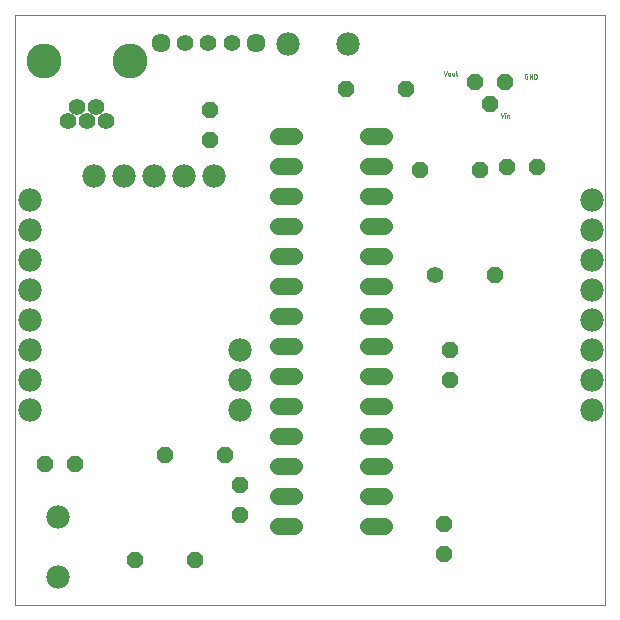
<source format=gbs>
G04 EAGLE Gerber X2 export*
%TF.Part,Single*%
%TF.FileFunction,Other,Solder Mask bottom*%
%TF.FilePolarity,Positive*%
%TF.GenerationSoftware,Autodesk,EAGLE,8.7.1*%
%TF.CreationDate,2018-04-17T12:55:16Z*%
G75*
%MOMM*%
%FSLAX34Y34*%
%LPD*%
%AMOC8*
5,1,8,0,0,1.08239X$1,22.5*%
G01*
%ADD10C,0.000000*%
%ADD11C,0.025400*%
%ADD12P,1.539592X8X112.500000*%
%ADD13P,1.539592X8X22.500000*%
%ADD14C,1.422400*%
%ADD15P,1.539592X8X202.500000*%
%ADD16C,1.422400*%
%ADD17C,1.981200*%
%ADD18C,1.409600*%
%ADD19C,1.609600*%
%ADD20C,2.951600*%


D10*
X0Y0D02*
X500000Y0D01*
X500000Y500000D01*
X0Y500000D01*
X0Y0D01*
D11*
X433409Y448014D02*
X434044Y448014D01*
X434044Y445897D01*
X432774Y445897D01*
X432719Y445899D01*
X432663Y445904D01*
X432609Y445913D01*
X432555Y445926D01*
X432502Y445942D01*
X432450Y445961D01*
X432399Y445984D01*
X432351Y446010D01*
X432303Y446040D01*
X432258Y446072D01*
X432216Y446107D01*
X432175Y446145D01*
X432137Y446186D01*
X432102Y446228D01*
X432070Y446273D01*
X432040Y446321D01*
X432014Y446369D01*
X431991Y446420D01*
X431972Y446472D01*
X431956Y446525D01*
X431943Y446579D01*
X431934Y446633D01*
X431929Y446689D01*
X431927Y446744D01*
X431927Y448860D01*
X431929Y448918D01*
X431935Y448975D01*
X431945Y449032D01*
X431958Y449089D01*
X431976Y449144D01*
X431997Y449197D01*
X432022Y449250D01*
X432050Y449300D01*
X432082Y449348D01*
X432117Y449395D01*
X432155Y449438D01*
X432196Y449479D01*
X432239Y449517D01*
X432286Y449552D01*
X432334Y449584D01*
X432384Y449612D01*
X432437Y449637D01*
X432490Y449658D01*
X432545Y449676D01*
X432602Y449689D01*
X432659Y449699D01*
X432716Y449705D01*
X432774Y449707D01*
X434044Y449707D01*
X435828Y449707D02*
X435828Y445897D01*
X437945Y445897D02*
X435828Y449707D01*
X437945Y449707D02*
X437945Y445897D01*
X439730Y445897D02*
X439730Y449707D01*
X440788Y449707D01*
X440852Y449705D01*
X440916Y449699D01*
X440979Y449690D01*
X441041Y449676D01*
X441103Y449659D01*
X441163Y449638D01*
X441222Y449614D01*
X441280Y449586D01*
X441335Y449554D01*
X441389Y449520D01*
X441440Y449482D01*
X441490Y449441D01*
X441536Y449397D01*
X441580Y449351D01*
X441621Y449301D01*
X441659Y449250D01*
X441693Y449196D01*
X441725Y449141D01*
X441753Y449083D01*
X441777Y449024D01*
X441798Y448964D01*
X441815Y448902D01*
X441829Y448840D01*
X441838Y448777D01*
X441844Y448713D01*
X441846Y448649D01*
X441846Y446955D01*
X441844Y446891D01*
X441838Y446827D01*
X441829Y446764D01*
X441815Y446702D01*
X441798Y446640D01*
X441777Y446580D01*
X441753Y446521D01*
X441725Y446463D01*
X441693Y446408D01*
X441659Y446354D01*
X441621Y446303D01*
X441580Y446253D01*
X441536Y446207D01*
X441490Y446163D01*
X441440Y446122D01*
X441389Y446084D01*
X441335Y446050D01*
X441280Y446018D01*
X441222Y445990D01*
X441163Y445966D01*
X441103Y445945D01*
X441041Y445928D01*
X440979Y445914D01*
X440916Y445905D01*
X440852Y445899D01*
X440788Y445897D01*
X439730Y445897D01*
X411607Y416687D02*
X412877Y412877D01*
X414147Y416687D01*
X415437Y415417D02*
X415437Y412877D01*
X415331Y416475D02*
X415331Y416687D01*
X415543Y416687D01*
X415543Y416475D01*
X415331Y416475D01*
X417029Y415417D02*
X417029Y412877D01*
X417029Y415417D02*
X418087Y415417D01*
X418134Y415415D01*
X418182Y415410D01*
X418228Y415401D01*
X418274Y415389D01*
X418319Y415373D01*
X418363Y415354D01*
X418405Y415332D01*
X418445Y415307D01*
X418483Y415278D01*
X418519Y415247D01*
X418552Y415214D01*
X418583Y415178D01*
X418612Y415140D01*
X418637Y415100D01*
X418659Y415058D01*
X418678Y415014D01*
X418694Y414969D01*
X418706Y414923D01*
X418715Y414877D01*
X418720Y414829D01*
X418722Y414782D01*
X418722Y412877D01*
X364617Y448437D02*
X363347Y452247D01*
X365887Y452247D02*
X364617Y448437D01*
X367184Y449284D02*
X367184Y450130D01*
X367186Y450187D01*
X367192Y450243D01*
X367201Y450299D01*
X367214Y450354D01*
X367231Y450408D01*
X367251Y450461D01*
X367275Y450512D01*
X367302Y450562D01*
X367333Y450609D01*
X367366Y450655D01*
X367403Y450698D01*
X367442Y450739D01*
X367484Y450777D01*
X367529Y450812D01*
X367575Y450844D01*
X367624Y450873D01*
X367674Y450898D01*
X367727Y450920D01*
X367780Y450939D01*
X367835Y450954D01*
X367890Y450965D01*
X367946Y450973D01*
X368003Y450977D01*
X368059Y450977D01*
X368116Y450973D01*
X368172Y450965D01*
X368227Y450954D01*
X368282Y450939D01*
X368335Y450920D01*
X368388Y450898D01*
X368438Y450873D01*
X368487Y450844D01*
X368533Y450812D01*
X368578Y450777D01*
X368620Y450739D01*
X368659Y450698D01*
X368696Y450655D01*
X368729Y450609D01*
X368760Y450562D01*
X368787Y450512D01*
X368811Y450461D01*
X368831Y450408D01*
X368848Y450354D01*
X368861Y450299D01*
X368870Y450243D01*
X368876Y450187D01*
X368878Y450130D01*
X368877Y450130D02*
X368877Y449284D01*
X368878Y449284D02*
X368876Y449227D01*
X368870Y449171D01*
X368861Y449115D01*
X368848Y449060D01*
X368831Y449006D01*
X368811Y448953D01*
X368787Y448902D01*
X368760Y448852D01*
X368729Y448805D01*
X368696Y448759D01*
X368659Y448716D01*
X368620Y448675D01*
X368578Y448637D01*
X368533Y448602D01*
X368487Y448570D01*
X368438Y448541D01*
X368388Y448516D01*
X368335Y448494D01*
X368282Y448475D01*
X368227Y448460D01*
X368172Y448449D01*
X368116Y448441D01*
X368059Y448437D01*
X368003Y448437D01*
X367946Y448441D01*
X367890Y448449D01*
X367835Y448460D01*
X367780Y448475D01*
X367727Y448494D01*
X367674Y448516D01*
X367624Y448541D01*
X367575Y448570D01*
X367529Y448602D01*
X367484Y448637D01*
X367442Y448675D01*
X367403Y448716D01*
X367366Y448759D01*
X367333Y448805D01*
X367302Y448852D01*
X367275Y448902D01*
X367251Y448953D01*
X367231Y449006D01*
X367214Y449060D01*
X367201Y449115D01*
X367192Y449171D01*
X367186Y449227D01*
X367184Y449284D01*
X370476Y449072D02*
X370476Y450977D01*
X370476Y449072D02*
X370478Y449025D01*
X370483Y448977D01*
X370492Y448931D01*
X370504Y448885D01*
X370520Y448840D01*
X370539Y448796D01*
X370561Y448755D01*
X370586Y448714D01*
X370615Y448676D01*
X370646Y448640D01*
X370679Y448607D01*
X370715Y448576D01*
X370753Y448547D01*
X370794Y448522D01*
X370835Y448500D01*
X370879Y448481D01*
X370924Y448465D01*
X370970Y448453D01*
X371016Y448444D01*
X371064Y448439D01*
X371111Y448437D01*
X372169Y448437D01*
X372169Y450977D01*
X373465Y450977D02*
X374735Y450977D01*
X373889Y452247D02*
X373889Y449072D01*
X373891Y449025D01*
X373896Y448977D01*
X373905Y448931D01*
X373917Y448885D01*
X373933Y448840D01*
X373952Y448796D01*
X373974Y448755D01*
X373999Y448714D01*
X374028Y448676D01*
X374059Y448640D01*
X374092Y448607D01*
X374128Y448576D01*
X374166Y448547D01*
X374207Y448522D01*
X374248Y448500D01*
X374292Y448481D01*
X374337Y448465D01*
X374383Y448453D01*
X374429Y448444D01*
X374477Y448439D01*
X374524Y448437D01*
X374735Y448437D01*
D12*
X190500Y76200D03*
X190500Y101600D03*
X363220Y43180D03*
X363220Y68580D03*
D13*
X406400Y279400D03*
D14*
X355600Y279400D03*
D12*
X165100Y393700D03*
X165100Y419100D03*
X368300Y190500D03*
X368300Y215900D03*
D13*
X416560Y370840D03*
X441960Y370840D03*
D15*
X50800Y119380D03*
X25400Y119380D03*
D13*
X342900Y368300D03*
X393700Y368300D03*
X127000Y127000D03*
X177800Y127000D03*
D15*
X331470Y436880D03*
X280670Y436880D03*
X152400Y38100D03*
X101600Y38100D03*
D16*
X223266Y397510D02*
X236474Y397510D01*
X236474Y372110D02*
X223266Y372110D01*
X223266Y346710D02*
X236474Y346710D01*
X236474Y321310D02*
X223266Y321310D01*
X223266Y295910D02*
X236474Y295910D01*
X236474Y270510D02*
X223266Y270510D01*
X223266Y245110D02*
X236474Y245110D01*
X236474Y219710D02*
X223266Y219710D01*
X223266Y194310D02*
X236474Y194310D01*
X236474Y168910D02*
X223266Y168910D01*
X223266Y143510D02*
X236474Y143510D01*
X236474Y118110D02*
X223266Y118110D01*
X223266Y92710D02*
X236474Y92710D01*
X236474Y67310D02*
X223266Y67310D01*
X299466Y67310D02*
X312674Y67310D01*
X312674Y92710D02*
X299466Y92710D01*
X299466Y118110D02*
X312674Y118110D01*
X312674Y143510D02*
X299466Y143510D01*
X299466Y168910D02*
X312674Y168910D01*
X312674Y194310D02*
X299466Y194310D01*
X299466Y219710D02*
X312674Y219710D01*
X312674Y245110D02*
X299466Y245110D01*
X299466Y270510D02*
X312674Y270510D01*
X312674Y295910D02*
X299466Y295910D01*
X299466Y321310D02*
X312674Y321310D01*
X312674Y346710D02*
X299466Y346710D01*
X299466Y372110D02*
X312674Y372110D01*
X312674Y397510D02*
X299466Y397510D01*
D17*
X168910Y363220D03*
X143510Y363220D03*
X118110Y363220D03*
X92710Y363220D03*
X67310Y363220D03*
X190500Y215900D03*
X190500Y190500D03*
X190500Y165100D03*
D18*
X163830Y476250D03*
X143830Y476250D03*
X183830Y476250D03*
D19*
X123830Y476250D03*
X203830Y476250D03*
D18*
X76960Y410010D03*
X60960Y410010D03*
X44960Y410010D03*
X68960Y422010D03*
X52960Y422010D03*
D20*
X24460Y461010D03*
X97460Y461010D03*
D15*
X389890Y443230D03*
X402590Y424180D03*
X415290Y443230D03*
D17*
X12700Y165100D03*
X12700Y190500D03*
X12700Y215900D03*
X12700Y241300D03*
X12700Y266700D03*
X12700Y292100D03*
X12700Y317500D03*
X12700Y342900D03*
X488950Y165100D03*
X488950Y190500D03*
X488950Y215900D03*
X488950Y241300D03*
X488950Y266700D03*
X488950Y292100D03*
X488950Y317500D03*
X488950Y342900D03*
X231140Y474980D03*
X281940Y474980D03*
X36830Y74930D03*
X36830Y24130D03*
M02*

</source>
